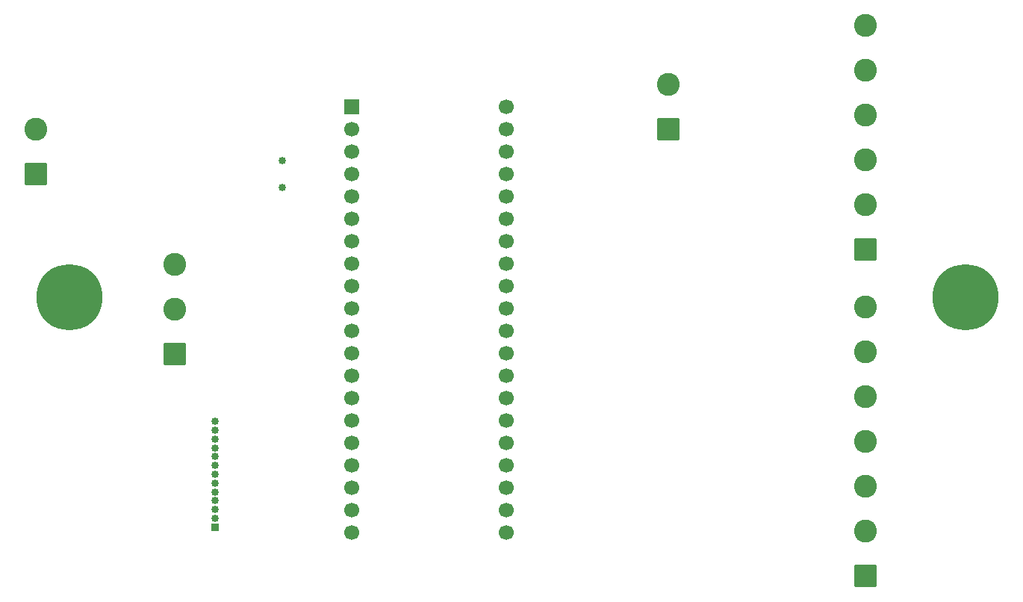
<source format=gbr>
%TF.GenerationSoftware,KiCad,Pcbnew,9.0.7*%
%TF.CreationDate,2026-02-19T00:07:55-06:00*%
%TF.ProjectId,low volt board - NL  S-3C-v2,6c6f7720-766f-46c7-9420-626f61726420,rev?*%
%TF.SameCoordinates,Original*%
%TF.FileFunction,Soldermask,Bot*%
%TF.FilePolarity,Negative*%
%FSLAX46Y46*%
G04 Gerber Fmt 4.6, Leading zero omitted, Abs format (unit mm)*
G04 Created by KiCad (PCBNEW 9.0.7) date 2026-02-19 00:07:55*
%MOMM*%
%LPD*%
G01*
G04 APERTURE LIST*
G04 Aperture macros list*
%AMRoundRect*
0 Rectangle with rounded corners*
0 $1 Rounding radius*
0 $2 $3 $4 $5 $6 $7 $8 $9 X,Y pos of 4 corners*
0 Add a 4 corners polygon primitive as box body*
4,1,4,$2,$3,$4,$5,$6,$7,$8,$9,$2,$3,0*
0 Add four circle primitives for the rounded corners*
1,1,$1+$1,$2,$3*
1,1,$1+$1,$4,$5*
1,1,$1+$1,$6,$7*
1,1,$1+$1,$8,$9*
0 Add four rect primitives between the rounded corners*
20,1,$1+$1,$2,$3,$4,$5,0*
20,1,$1+$1,$4,$5,$6,$7,0*
20,1,$1+$1,$6,$7,$8,$9,0*
20,1,$1+$1,$8,$9,$2,$3,0*%
G04 Aperture macros list end*
%ADD10RoundRect,0.250000X1.050000X-1.050000X1.050000X1.050000X-1.050000X1.050000X-1.050000X-1.050000X0*%
%ADD11C,2.600000*%
%ADD12C,7.500000*%
%ADD13C,0.850000*%
%ADD14R,1.700000X1.700000*%
%ADD15C,1.700000*%
%ADD16R,0.850000X0.850000*%
G04 APERTURE END LIST*
D10*
%TO.C,J6*%
X60960000Y-58420000D03*
D11*
X60960000Y-53340000D03*
%TD*%
D12*
%TO.C,H1*%
X64770000Y-72390000D03*
%TD*%
D10*
%TO.C,J4*%
X76750000Y-78830000D03*
D11*
X76750000Y-73750000D03*
X76750000Y-68670000D03*
%TD*%
D10*
%TO.C,J8*%
X132672500Y-53295000D03*
D11*
X132672500Y-48215000D03*
%TD*%
D13*
%TO.C,SW1*%
X88900000Y-59920000D03*
X88900000Y-56920000D03*
%TD*%
D10*
%TO.C,J5*%
X155000000Y-103995000D03*
D11*
X155000000Y-98915000D03*
X155000000Y-93835000D03*
X155000000Y-88755000D03*
X155000000Y-83675000D03*
X155000000Y-78595000D03*
X155000000Y-73515000D03*
%TD*%
D14*
%TO.C,J1*%
X96760000Y-50800000D03*
D15*
X96760000Y-53340000D03*
X96760000Y-55880000D03*
X96760000Y-58420000D03*
X96760000Y-60960000D03*
X96760000Y-63500000D03*
X96760000Y-66040000D03*
X96760000Y-68580000D03*
X96760000Y-71120000D03*
X96760000Y-73660000D03*
X96760000Y-76200000D03*
X96760000Y-78740000D03*
X96760000Y-81280000D03*
X96760000Y-83820000D03*
X96760000Y-86360000D03*
X96760000Y-88900000D03*
X96760000Y-91440000D03*
X96760000Y-93980000D03*
X96760000Y-96520000D03*
X96760000Y-99060000D03*
X114300000Y-99060000D03*
X114300000Y-96520000D03*
X114300000Y-93980000D03*
X114300000Y-91440000D03*
X114300000Y-88900000D03*
X114300000Y-86360000D03*
X114300000Y-83820000D03*
X114300000Y-81280000D03*
X114300000Y-78740000D03*
X114300000Y-76200000D03*
X114300000Y-73660000D03*
X114300000Y-71120000D03*
X114300000Y-68580000D03*
X114300000Y-66040000D03*
X114300000Y-63500000D03*
X114300000Y-60960000D03*
X114300000Y-58420000D03*
X114300000Y-55880000D03*
X114300000Y-53340000D03*
X114300000Y-50800000D03*
%TD*%
D10*
%TO.C,J3*%
X155000000Y-67000000D03*
D11*
X155000000Y-61920000D03*
X155000000Y-56840000D03*
X155000000Y-51760000D03*
X155000000Y-46680000D03*
X155000000Y-41600000D03*
%TD*%
D16*
%TO.C,J2*%
X81280000Y-98440000D03*
D13*
X81280000Y-97440000D03*
X81280000Y-96440000D03*
X81280000Y-95440000D03*
X81280000Y-94440000D03*
X81280000Y-93440000D03*
X81280000Y-92440000D03*
X81280000Y-91440000D03*
X81280000Y-90440000D03*
X81280000Y-89440000D03*
X81280000Y-88440000D03*
X81280000Y-87440000D03*
X81280000Y-86440000D03*
%TD*%
D12*
%TO.C,H2*%
X166370000Y-72390000D03*
%TD*%
M02*

</source>
